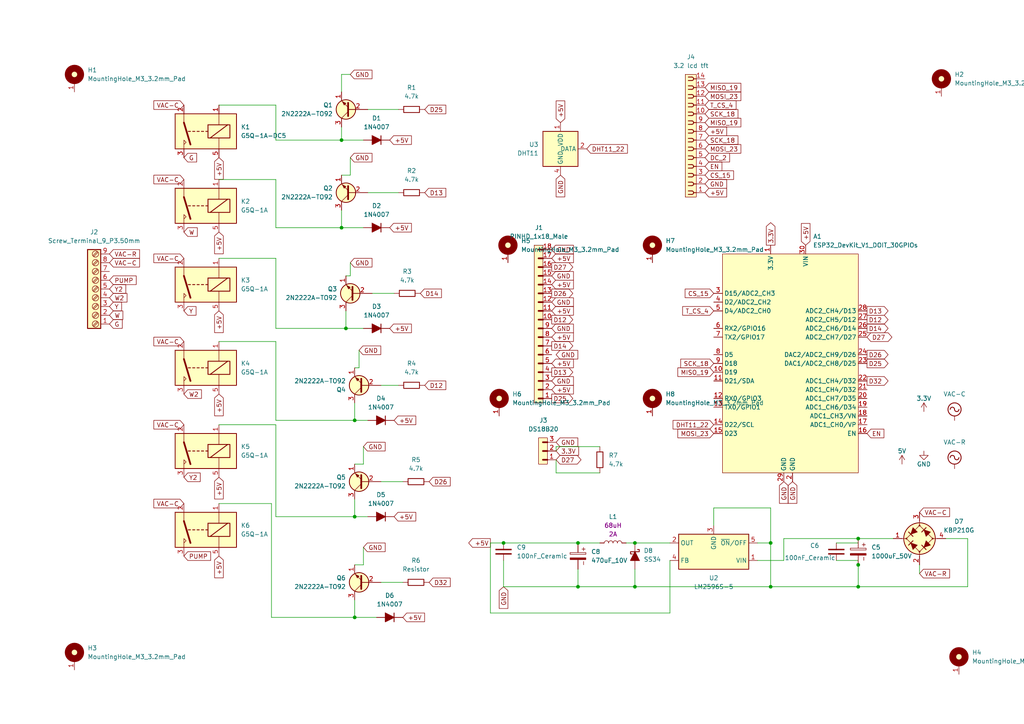
<source format=kicad_sch>
(kicad_sch (version 20250114) (generator "eeschema") (generator_version "9.0")
  (paper "A4")
  (lib_symbols
    (symbol "PCM_4ms_Inductor:12uH_5.2A_1260" (pin_numbers (hide yes)) (pin_names (offset 1.016) (hide yes))
      (property "Reference" "L" (at -1.27 0 90))
      (property "Display" "12uH" (at 2.54 0 90))
      (property "Display 2" "5.2A" (at 5.08 0 90))
      (symbol "12uH_5.2A_1260_1_1"
        (pin passive line (at 0 3.81 270) (length 1.27) (name "1") (number "1"))
        (pin passive line (at 0 -3.81 90) (length 1.27) (name "2") (number "2"))
      )
    )
    (symbol "PCM_Diode_AKL:1N4007" (pin_numbers (hide yes)) (pin_names (offset 1.016) (hide yes))
      (property "Reference" "D" (at 0 5.08 0))
      (property "Value" "1N4007" (at 0 2.54 0))
      (symbol "1N4007_1_1"
        (pin passive line (at -3.81 0 0) (length 2.54) (name "A") (number "2"))
        (pin passive line (at 3.81 0 180) (length 2.54) (name "K") (number "1"))
      )
      (symbol "1N4007_1_2"
        (pin passive line (at -2.54 -2.54 0) (length 0) (name "A") (number "2"))
        (pin passive line (at 2.54 2.54 180) (length 0) (name "K") (number "1"))
      )
    )
    (symbol "PCM_Diode_Bridge_AKL:KBP210G" (pin_names (offset 1.016) (hide yes))
      (property "Reference" "D" (at 5.08 7.62 0))
      (property "Value" "KBP210G" (at 5.08 5.08 0))
      (symbol "KBP210G_1_1"
        (pin passive line (at -7.62 0 0) (length 2.54) (name "1") (number "2"))
        (pin passive line (at 0 7.62 270) (length 2.54) (name "+") (number "1"))
        (pin passive line (at 0 -7.62 90) (length 2.54) (name "-") (number "4"))
        (pin passive line (at 7.62 0 180) (length 2.54) (name "2") (number "3"))
      )
    )
    (symbol "PCM_Diode_Schottky_AKL:SS34" (pin_numbers (hide yes)) (pin_names (offset 1.016) (hide yes))
      (property "Reference" "D" (at 0 5.08 0))
      (property "Value" "SS34" (at 0 2.54 0))
      (symbol "SS34_1_1"
        (pin passive line (at -3.81 0 0) (length 2.54) (name "A") (number "2"))
        (pin passive line (at 3.81 0 180) (length 2.54) (name "K") (number "1"))
      )
      (symbol "SS34_1_2"
        (pin passive line (at -2.54 -2.54 0) (length 0) (name "A") (number "2"))
        (pin passive line (at 2.54 2.54 180) (length 0) (name "K") (number "1"))
      )
    )
    (symbol "PCM_SL_Capacitors:1000uF_50V"
      (property "Reference" "C" (at 0 7.62 0))
      (property "Value" "1000uF_50V" (at 0 5.08 0))
      (symbol "1000uF_50V_0_0"
        (text "+" (at -2.032 1.524 0) (effects (font (size 1.27 1.27))))
        (text "-" (at 2.032 1.524 0) (effects (font (size 1.27 1.27))))
      )
      (symbol "1000uF_50V_1_1"
        (pin passive line (at -3.81 0 0) (length 2.7) (name "~") (number "1"))
        (pin input line (at 3.81 0 180) (length 2.7) (name "~") (number "2"))
      )
    )
    (symbol "PCM_SL_Capacitors:100nF_Ceramic"
      (property "Reference" "C" (at 0 6.35 0))
      (property "Value" "100nF_Ceramic" (at 0 3.81 0))
      (symbol "100nF_Ceramic_1_1"
        (pin passive line (at -2.54 0 0) (length 2) (name "~") (number "1"))
        (pin input line (at 2.54 0 180) (length 2) (name "~") (number "2"))
      )
    )
    (symbol "PCM_SL_Capacitors:470uF_10V"
      (property "Reference" "C" (at 0 7.62 0))
      (property "Value" "470uF_10V" (at 0 5.08 0))
      (symbol "470uF_10V_0_0"
        (text "+" (at -2.032 1.524 0) (effects (font (size 1.27 1.27))))
        (text "-" (at 2.032 1.524 0) (effects (font (size 1.27 1.27))))
      )
      (symbol "470uF_10V_1_1"
        (pin passive line (at -3.81 0 0) (length 2.7) (name "~") (number "1"))
        (pin input line (at 3.81 0 180) (length 2.7) (name "~") (number "2"))
      )
    )
    (symbol "PCM_SL_Development_Board:ESP32_DevKit_V1_DOIT_30GPIOs"
      (property "Reference" "A" (at -11.43 34.29 0))
      (property "Value" "ESP32_DevKit_V1_DOIT_30GPIOs" (at 2.54 -22.86 0))
      (symbol "ESP32_DevKit_V1_DOIT_30GPIOs_1_1"
        (pin bidirectional line (at -21.59 21.59 0) (length 2.54) (name "D15/ADC2_CH3") (number "3"))
        (pin bidirectional line (at -21.59 19.05 0) (length 2.54) (name "D2/ADC2_CH2") (number "4"))
        (pin bidirectional line (at -21.59 16.51 0) (length 2.54) (name "D4/ADC2_CH0") (number "5"))
        (pin bidirectional line (at -21.59 11.43 0) (length 2.54) (name "RX2/GPIO16") (number "6"))
        (pin bidirectional line (at -21.59 8.89 0) (length 2.54) (name "TX2/GPIO17") (number "7"))
        (pin bidirectional line (at -21.59 3.81 0) (length 2.54) (name "D5") (number "8"))
        (pin bidirectional line (at -21.59 1.27 0) (length 2.54) (name "D18") (number "9"))
        (pin bidirectional line (at -21.59 -1.27 0) (length 2.54) (name "D19") (number "10"))
        (pin bidirectional line (at -21.59 -3.81 0) (length 2.54) (name "D21/SDA") (number "11"))
        (pin bidirectional line (at -21.59 -8.89 0) (length 2.54) (name "RX0/GPIO3") (number "12"))
        (pin bidirectional line (at -21.59 -11.43 0) (length 2.54) (name "TX0/GPIO1") (number "13"))
        (pin bidirectional line (at -21.59 -16.51 0) (length 2.54) (name "D22/SCL") (number "14"))
        (pin bidirectional line (at -21.59 -19.05 0) (length 2.54) (name "D23") (number "15"))
        (pin power_in line (at -5.08 35.56 270) (length 2.54) (name "3.3V") (number "1"))
        (pin power_in line (at -1.27 -33.02 90) (length 2.54) (name "GND") (number "29"))
        (pin power_in line (at 1.27 -33.02 90) (length 2.54) (name "GND") (number "2"))
        (pin power_in line (at 5.08 35.56 270) (length 2.54) (name "VIN") (number "30"))
        (pin bidirectional line (at 22.86 16.51 180) (length 2.54) (name "ADC2_CH4/D13") (number "28"))
        (pin bidirectional line (at 22.86 13.97 180) (length 2.54) (name "ADC2_CH5/D12") (number "27"))
        (pin bidirectional line (at 22.86 11.43 180) (length 2.54) (name "ADC2_CH6/D14") (number "26"))
        (pin bidirectional line (at 22.86 8.89 180) (length 2.54) (name "ADC2_CH7/D27") (number "25"))
        (pin bidirectional line (at 22.86 3.81 180) (length 2.54) (name "DAC2/ADC2_CH9/D26") (number "24"))
        (pin bidirectional line (at 22.86 1.27 180) (length 2.54) (name "DAC1/ADC2_CH8/D25") (number "23"))
        (pin bidirectional line (at 22.86 -3.81 180) (length 2.54) (name "ADC1_CH4/D32") (number "22"))
        (pin bidirectional line (at 22.86 -6.35 180) (length 2.54) (name "ADC1_CH4/D32") (number "21"))
        (pin bidirectional line (at 22.86 -8.89 180) (length 2.54) (name "ADC1_CH7/D35") (number "20"))
        (pin bidirectional line (at 22.86 -11.43 180) (length 2.54) (name "ADC1_CH6/D34") (number "19"))
        (pin bidirectional line (at 22.86 -13.97 180) (length 2.54) (name "ADC1_CH3/VN") (number "18"))
        (pin bidirectional line (at 22.86 -16.51 180) (length 2.54) (name "ADC1_CH0/VP") (number "17"))
        (pin bidirectional line (at 22.86 -19.05 180) (length 2.54) (name "EN") (number "16"))
      )
    )
    (symbol "PCM_SL_Mechanical:MountingHole_M3_3.2mm_Pad"
      (property "Reference" "H" (at 0 7.62 0))
      (property "Value" "MountingHole_M3_3.2mm_Pad" (at 0 5.08 0))
      (symbol "MountingHole_M3_3.2mm_Pad_1_1"
        (pin passive line (at 0 -5.08 90) (length 2.54) (name "") (number "1"))
      )
    )
    (symbol "PCM_SL_Pin_Headers:PINHD_1x14_Female"
      (property "Reference" "J" (at 0 22.86 0))
      (property "Value" "PINHD_1x14_Female" (at 0 20.32 0))
      (symbol "PINHD_1x14_Female_1_1"
        (pin passive line (at -3.81 16.51 0) (length 2.54) (name "") (number "1"))
        (pin passive line (at -3.81 13.97 0) (length 2.54) (name "") (number "2"))
        (pin passive line (at -3.81 11.43 0) (length 2.54) (name "") (number "3"))
        (pin passive line (at -3.81 8.89 0) (length 2.54) (name "") (number "4"))
        (pin passive line (at -3.81 6.35 0) (length 2.54) (name "") (number "5"))
        (pin passive line (at -3.81 3.81 0) (length 2.54) (name "") (number "6"))
        (pin passive line (at -3.81 1.27 0) (length 2.54) (name "") (number "7"))
        (pin passive line (at -3.81 -1.27 0) (length 2.54) (name "") (number "8"))
        (pin passive line (at -3.81 -3.81 0) (length 2.54) (name "") (number "9"))
        (pin passive line (at -3.81 -6.35 0) (length 2.54) (name "") (number "10"))
        (pin passive line (at -3.81 -8.89 0) (length 2.54) (name "") (number "11"))
        (pin passive line (at -3.81 -11.43 0) (length 2.54) (name "") (number "12"))
        (pin passive line (at -3.81 -13.97 0) (length 2.54) (name "") (number "13"))
        (pin passive line (at -3.81 -16.51 0) (length 2.54) (name "") (number "14"))
      )
    )
    (symbol "PCM_SL_Pin_Headers:PINHD_1x18_Male"
      (property "Reference" "J" (at 0 26.67 0))
      (property "Value" "PINHD_1x18_Male" (at 0 24.13 0))
      (symbol "PINHD_1x18_Male_1_1"
        (pin passive line (at -3.81 21.59 0) (length 2.54) (name "") (number "1"))
        (pin passive line (at -3.81 19.05 0) (length 2.54) (name "") (number "2"))
        (pin passive line (at -3.81 16.51 0) (length 2.54) (name "") (number "3"))
        (pin passive line (at -3.81 13.97 0) (length 2.54) (name "") (number "4"))
        (pin passive line (at -3.81 11.43 0) (length 2.54) (name "") (number "5"))
        (pin passive line (at -3.81 8.89 0) (length 2.54) (name "") (number "6"))
        (pin passive line (at -3.81 6.35 0) (length 2.54) (name "") (number "7"))
        (pin passive line (at -3.81 3.81 0) (length 2.54) (name "") (number "8"))
        (pin passive line (at -3.81 1.27 0) (length 2.54) (name "") (number "9"))
        (pin passive line (at -3.81 -1.27 0) (length 2.54) (name "") (number "10"))
        (pin passive line (at -3.81 -3.81 0) (length 2.54) (name "") (number "11"))
        (pin passive line (at -3.81 -6.35 0) (length 2.54) (name "") (number "12"))
        (pin passive line (at -3.81 -8.89 0) (length 2.54) (name "") (number "13"))
        (pin passive line (at -3.81 -11.43 0) (length 2.54) (name "") (number "14"))
        (pin passive line (at -3.81 -13.97 0) (length 2.54) (name "") (number "15"))
        (pin passive line (at -3.81 -16.51 0) (length 2.54) (name "") (number "16"))
        (pin passive line (at -3.81 -19.05 0) (length 2.54) (name "") (number "17"))
        (pin passive line (at -3.81 -21.59 0) (length 2.54) (name "") (number "18"))
      )
    )
    (symbol "PCM_SL_Pin_Headers:PINHD_1x3_Male"
      (property "Reference" "J" (at 0 7.62 0))
      (property "Value" "PINHD_1x3_Male" (at 0 5.08 0))
      (symbol "PINHD_1x3_Male_1_1"
        (pin passive line (at -3.81 2.54 0) (length 2.54) (name "") (number "1"))
        (pin passive line (at -3.81 0 0) (length 2.54) (name "") (number "2"))
        (pin passive line (at -3.81 -2.54 0) (length 2.54) (name "") (number "3"))
      )
    )
    (symbol "PCM_SL_Resistors:4.7k"
      (property "Reference" "R" (at 0 5.08 0))
      (property "Value" "4.7k" (at 0 2.54 0))
      (symbol "4.7k_1_1"
        (pin passive line (at -3.81 0 0) (length 1.5) (name "") (number "1"))
        (pin passive line (at 3.81 0 180) (length 1.5) (name "~") (number "2"))
      )
    )
    (symbol "PCM_SL_Resistors:Resistor"
      (property "Reference" "R" (at 0 5.08 0))
      (property "Value" "Resistor" (at 0 2.54 0))
      (symbol "Resistor_1_1"
        (pin passive line (at -3.81 0 0) (length 1.5) (name "") (number "1"))
        (pin passive line (at 3.81 0 180) (length 1.5) (name "~") (number "2"))
      )
    )
    (symbol "PCM_SL_Screw_Terminal:Screw_Terminal_9_P3.50mm"
      (property "Reference" "J" (at 0 12.7 0))
      (property "Value" "Screw_Terminal_9_P3.50mm" (at 1.27 -12.7 0))
      (symbol "Screw_Terminal_9_P3.50mm_1_1"
        (pin passive line (at -3.81 10.16 0) (length 2.54) (name "") (number "1"))
        (pin passive line (at -3.81 7.62 0) (length 2.54) (name "") (number "2"))
        (pin passive line (at -3.81 5.08 0) (length 2.54) (name "") (number "3"))
        (pin passive line (at -3.81 2.54 0) (length 2.54) (name "") (number "4"))
        (pin passive line (at -3.81 0 0) (length 2.54) (name "") (number "5"))
        (pin passive line (at -3.81 -2.54 0) (length 2.54) (name "") (number "6"))
        (pin passive line (at -3.81 -5.08 0) (length 2.54) (name "") (number "7"))
        (pin passive line (at -3.81 -7.62 0) (length 2.54) (name "") (number "8"))
        (pin passive line (at -3.81 -10.16 0) (length 2.54) (name "") (number "9"))
      )
    )
    (symbol "PCM_SparkFun-PowerSymbol:3.3V" (power) (pin_names (offset 0))
      (property "Value" "3.3V" (at 0 3.81 0))
      (symbol "3.3V_1_1"
        (pin power_in line (at 0 0 90) (length 0) (hide yes) (name "3.3V") (number "1"))
      )
    )
    (symbol "PCM_SparkFun-PowerSymbol:5V" (power) (pin_names (offset 0))
      (property "Value" "5V" (at 0 3.81 0))
      (symbol "5V_1_1"
        (pin power_in line (at 0 0 90) (length 0) (hide yes) (name "5V") (number "1"))
      )
    )
    (symbol "PCM_SparkFun-PowerSymbol:GND" (power) (pin_names (offset 0))
      (property "Value" "GND" (at 0 -3.81 0))
      (symbol "GND_1_1"
        (pin power_in line (at 0 0 270) (length 0) (hide yes) (name "GND") (number "1"))
      )
    )
    (symbol "PCM_Transistor_BJT_AKL:2N2222A-TO92" (pin_names (hide yes))
      (property "Reference" "Q" (at 5.08 1.27 0))
      (property "Value" "2N2222A-TO92" (at 5.08 -1.27 0))
      (symbol "2N2222A-TO92_1_1"
        (pin passive line (at -5.08 0 0) (length 5.715) (name "B") (number "2"))
        (pin passive line (at 2.54 5.08 270) (length 2.54) (name "C") (number "3"))
        (pin passive line (at 2.54 -5.08 90) (length 2.54) (name "E") (number "1"))
      )
    )
    (symbol "Regulator_Switching:LM2596S-5"
      (property "Reference" "U" (at -10.16 6.35 0))
      (property "Value" "LM2596S-5" (at 0 6.35 0))
      (symbol "LM2596S-5_1_1"
        (pin power_in line (at -12.7 2.54 0) (length 2.54) (name "VIN") (number "1"))
        (pin input line (at -12.7 -2.54 0) (length 2.54) (name "~{ON}/OFF") (number "5"))
        (pin power_in line (at 0 -7.62 90) (length 2.54) (name "GND") (number "3"))
        (pin input line (at 12.7 2.54 180) (length 2.54) (name "FB") (number "4"))
        (pin output line (at 12.7 -2.54 180) (length 2.54) (name "OUT") (number "2"))
      )
    )
    (symbol "Relay:G5Q-1A"
      (property "Reference" "K" (at 8.89 3.81 0))
      (property "Value" "G5Q-1A" (at 8.89 1.27 0))
      (symbol "G5Q-1A_1_1"
        (pin passive line (at -5.08 7.62 270) (length 2.54) (name "~") (number "5"))
        (pin passive line (at -5.08 -7.62 90) (length 2.54) (name "~") (number "1"))
        (pin passive line (at 5.08 7.62 270) (length 2.54) (name "~") (number "3"))
        (pin passive line (at 5.08 -7.62 90) (length 2.54) (name "~") (number "2"))
      )
    )
    (symbol "Sensor:DHT11"
      (property "Reference" "U" (at -3.81 6.35 0))
      (property "Value" "DHT11" (at 3.81 6.35 0))
      (symbol "DHT11_1_1"
        (pin no_connect line (at -5.08 0 0) (length 2.54) (hide yes) (name "NC") (number "3"))
        (pin power_in line (at 0 7.62 270) (length 2.54) (name "VDD") (number "1"))
        (pin power_in line (at 0 -7.62 90) (length 2.54) (name "GND") (number "4"))
        (pin bidirectional line (at 7.62 0 180) (length 2.54) (name "DATA") (number "2"))
      )
    )
    (symbol "power:VAC" (power) (pin_numbers (hide yes)) (pin_names (offset 0) (hide yes))
      (property "Value" "VAC" (at 0 6.35 0))
      (symbol "VAC_1_1"
        (pin power_in line (at 0 0 90) (length 0) (name "~") (number "1"))
      )
    )
  )
  (junction (at 223.52 170.18))
  (junction (at 184.15 157.48))
  (junction (at 248.92 156.21))
  (junction (at 99.06 66.04))
  (junction (at 248.92 170.18))
  (junction (at 184.15 170.18))
  (junction (at 223.52 157.48))
  (junction (at 167.64 157.48))
  (junction (at 167.64 170.18))
  (junction (at 248.92 163.83))
  (junction (at 102.87 121.92))
  (junction (at 102.87 179.07))
  (junction (at 146.05 157.48))
  (junction (at 100.33 95.25))
  (junction (at 102.87 149.86))
  (junction (at 99.06 40.64))
  (wire (pts (xy 80.01 74.93) (xy 80.01 95.25)))
  (wire (pts (xy 227.33 156.21) (xy 227.33 162.56)))
  (wire (pts (xy 107.95 85.09) (xy 114.3 85.09)))
  (wire (pts (xy 78.74 146.05) (xy 78.74 179.07)))
  (wire (pts (xy 242.57 162.56) (xy 248.92 162.56)))
  (wire (pts (xy 142.24 157.48) (xy 146.05 157.48)))
  (wire (pts (xy 207.01 147.32) (xy 207.01 152.4)))
  (wire (pts (xy 102.87 121.92) (xy 102.87 116.84)))
  (wire (pts (xy 63.5 99.06) (xy 80.01 99.06)))
  (wire (pts (xy 266.7 163.83) (xy 266.7 166.37)))
  (wire (pts (xy 80.01 30.48) (xy 80.01 40.64)))
  (wire (pts (xy 248.92 170.18) (xy 223.52 170.18)))
  (wire (pts (xy 280.67 156.21) (xy 280.67 170.18)))
  (wire (pts (xy 99.06 21.59) (xy 99.06 26.67)))
  (wire (pts (xy 280.67 170.18) (xy 248.92 170.18)))
  (wire (pts (xy 102.87 173.99) (xy 102.87 179.07)))
  (wire (pts (xy 184.15 170.18) (xy 184.15 165.1)))
  (wire (pts (xy 146.05 170.18) (xy 146.05 162.56)))
  (wire (pts (xy 167.64 157.48) (xy 173.99 157.48)))
  (wire (pts (xy 105.41 129.54) (xy 105.41 134.62)))
  (wire (pts (xy 63.5 30.48) (xy 80.01 30.48)))
  (wire (pts (xy 63.5 52.07) (xy 80.01 52.07)))
  (wire (pts (xy 106.68 55.88) (xy 115.57 55.88)))
  (wire (pts (xy 63.5 146.05) (xy 78.74 146.05)))
  (wire (pts (xy 167.64 170.18) (xy 167.64 165.1)))
  (wire (pts (xy 227.33 156.21) (xy 248.92 156.21)))
  (wire (pts (xy 80.01 40.64) (xy 99.06 40.64)))
  (wire (pts (xy 219.71 162.56) (xy 227.33 162.56)))
  (wire (pts (xy 105.41 40.64) (xy 99.06 40.64)))
  (wire (pts (xy 80.01 149.86) (xy 102.87 149.86)))
  (wire (pts (xy 101.6 80.01) (xy 100.33 80.01)))
  (wire (pts (xy 194.31 177.8) (xy 142.24 177.8)))
  (wire (pts (xy 105.41 134.62) (xy 102.87 134.62)))
  (wire (pts (xy 110.49 139.7) (xy 116.84 139.7)))
  (wire (pts (xy 167.64 170.18) (xy 146.05 170.18)))
  (wire (pts (xy 223.52 157.48) (xy 223.52 147.32)))
  (wire (pts (xy 223.52 170.18) (xy 223.52 157.48)))
  (wire (pts (xy 99.06 40.64) (xy 99.06 36.83)))
  (wire (pts (xy 99.06 66.04) (xy 99.06 60.96)))
  (wire (pts (xy 110.49 111.76) (xy 115.57 111.76)))
  (wire (pts (xy 105.41 95.25) (xy 100.33 95.25)))
  (wire (pts (xy 274.32 156.21) (xy 280.67 156.21)))
  (wire (pts (xy 101.6 76.2) (xy 101.6 80.01)))
  (wire (pts (xy 102.87 163.83) (xy 105.41 163.83)))
  (wire (pts (xy 110.49 168.91) (xy 116.84 168.91)))
  (wire (pts (xy 106.68 31.75) (xy 115.57 31.75)))
  (wire (pts (xy 248.92 156.21) (xy 259.08 156.21)))
  (wire (pts (xy 106.68 149.86) (xy 102.87 149.86)))
  (wire (pts (xy 80.01 66.04) (xy 99.06 66.04)))
  (wire (pts (xy 146.05 157.48) (xy 167.64 157.48)))
  (wire (pts (xy 181.61 157.48) (xy 184.15 157.48)))
  (wire (pts (xy 173.99 137.16) (xy 161.29 137.16)))
  (wire (pts (xy 78.74 179.07) (xy 102.87 179.07)))
  (wire (pts (xy 80.01 121.92) (xy 102.87 121.92)))
  (wire (pts (xy 80.01 95.25) (xy 100.33 95.25)))
  (wire (pts (xy 109.22 179.07) (xy 102.87 179.07)))
  (wire (pts (xy 80.01 123.19) (xy 80.01 149.86)))
  (wire (pts (xy 248.92 170.18) (xy 248.92 163.83)))
  (wire (pts (xy 101.6 50.8) (xy 99.06 50.8)))
  (wire (pts (xy 101.6 45.72) (xy 101.6 50.8)))
  (wire (pts (xy 102.87 144.78) (xy 102.87 149.86)))
  (wire (pts (xy 223.52 170.18) (xy 184.15 170.18)))
  (wire (pts (xy 105.41 158.75) (xy 105.41 163.83)))
  (wire (pts (xy 184.15 157.48) (xy 194.31 157.48)))
  (wire (pts (xy 173.99 129.54) (xy 161.29 129.54)))
  (wire (pts (xy 101.6 21.59) (xy 99.06 21.59)))
  (wire (pts (xy 80.01 52.07) (xy 80.01 66.04)))
  (wire (pts (xy 105.41 66.04) (xy 99.06 66.04)))
  (wire (pts (xy 248.92 162.56) (xy 248.92 163.83)))
  (wire (pts (xy 80.01 99.06) (xy 80.01 121.92)))
  (wire (pts (xy 248.92 157.48) (xy 248.92 156.21)))
  (wire (pts (xy 223.52 147.32) (xy 207.01 147.32)))
  (wire (pts (xy 106.68 121.92) (xy 102.87 121.92)))
  (wire (pts (xy 161.29 137.16) (xy 161.29 133.35)))
  (wire (pts (xy 194.31 162.56) (xy 194.31 177.8)))
  (wire (pts (xy 63.5 123.19) (xy 80.01 123.19)))
  (wire (pts (xy 104.14 101.6) (xy 104.14 106.68)))
  (wire (pts (xy 142.24 177.8) (xy 142.24 157.48)))
  (wire (pts (xy 161.29 129.54) (xy 161.29 130.81)))
  (wire (pts (xy 223.52 157.48) (xy 219.71 157.48)))
  (wire (pts (xy 104.14 106.68) (xy 102.87 106.68)))
  (wire (pts (xy 100.33 95.25) (xy 100.33 90.17)))
  (wire (pts (xy 63.5 74.93) (xy 80.01 74.93)))
  (wire (pts (xy 184.15 170.18) (xy 167.64 170.18)))
  (wire (pts (xy 242.57 157.48) (xy 248.92 157.48)))
  (global_label "EN" (shape input) (at 251.46 125.73 0) (property "Intersheetrefs" "${INTERSHEET_REFS}" (effects (hide yes))))
  (global_label "+5V" (shape input) (at 116.84 179.07 0) (property "Intersheetrefs" "${INTERSHEET_REFS}" (effects (hide yes))))
  (global_label "VAC-C" (shape input) (at 53.34 52.07 180) (property "Intersheetrefs" "${INTERSHEET_REFS}" (effects (hide yes))))
  (global_label "+5V" (shape input) (at 113.03 66.04 0) (property "Intersheetrefs" "${INTERSHEET_REFS}" (effects (hide yes))))
  (global_label "DC_2" (shape input) (at 204.47 45.72 0) (property "Intersheetrefs" "${INTERSHEET_REFS}" (effects (hide yes))))
  (global_label "+5V" (shape output) (at 142.24 157.48 180) (property "Intersheetrefs" "${INTERSHEET_REFS}" (effects (hide yes))))
  (global_label "GND" (shape input) (at 101.6 45.72 0) (property "Intersheetrefs" "${INTERSHEET_REFS}" (effects (hide yes))))
  (global_label "+5V" (shape input) (at 160.02 82.55 0) (property "Intersheetrefs" "${INTERSHEET_REFS}" (effects (hide yes))))
  (global_label "3.3V" (shape output) (at 223.52 71.12 90) (property "Intersheetrefs" "${INTERSHEET_REFS}" (effects (hide yes))))
  (global_label "SCK_18" (shape input) (at 204.47 33.02 0) (property "Intersheetrefs" "${INTERSHEET_REFS}" (effects (hide yes))))
  (global_label "+5V" (shape input) (at 160.02 90.17 0) (property "Intersheetrefs" "${INTERSHEET_REFS}" (effects (hide yes))))
  (global_label "D13" (shape input) (at 123.19 55.88 0) (property "Intersheetrefs" "${INTERSHEET_REFS}" (effects (hide yes))))
  (global_label "+5V" (shape input) (at 204.47 38.1 0) (property "Intersheetrefs" "${INTERSHEET_REFS}" (effects (hide yes))))
  (global_label "D13" (shape output) (at 160.02 107.95 0) (property "Intersheetrefs" "${INTERSHEET_REFS}" (effects (hide yes))))
  (global_label "VAC-C" (shape input) (at 53.34 123.19 180) (property "Intersheetrefs" "${INTERSHEET_REFS}" (effects (hide yes))))
  (global_label "MOSI_23" (shape input) (at 204.47 27.94 0) (property "Intersheetrefs" "${INTERSHEET_REFS}" (effects (hide yes))))
  (global_label "GND" (shape input) (at 105.41 158.75 0) (property "Intersheetrefs" "${INTERSHEET_REFS}" (effects (hide yes))))
  (global_label "D32" (shape input) (at 124.46 168.91 0) (property "Intersheetrefs" "${INTERSHEET_REFS}" (effects (hide yes))))
  (global_label "GND" (shape input) (at 160.02 95.25 0) (property "Intersheetrefs" "${INTERSHEET_REFS}" (effects (hide yes))))
  (global_label "+5V" (shape input) (at 113.03 95.25 0) (property "Intersheetrefs" "${INTERSHEET_REFS}" (effects (hide yes))))
  (global_label "+5V" (shape input) (at 160.02 97.79 0) (property "Intersheetrefs" "${INTERSHEET_REFS}" (effects (hide yes))))
  (global_label "+5V" (shape input) (at 204.47 55.88 0) (property "Intersheetrefs" "${INTERSHEET_REFS}" (effects (hide yes))))
  (global_label "VAC-C" (shape input) (at 266.7 148.59 0) (property "Intersheetrefs" "${INTERSHEET_REFS}" (effects (hide yes))))
  (global_label "Y" (shape input) (at 31.75 88.9 0) (property "Intersheetrefs" "${INTERSHEET_REFS}" (effects (hide yes))))
  (global_label "+5V" (shape input) (at 63.5 138.43 270) (property "Intersheetrefs" "${INTERSHEET_REFS}" (effects (hide yes))))
  (global_label "+5V" (shape input) (at 233.68 71.12 90) (property "Intersheetrefs" "${INTERSHEET_REFS}" (effects (hide yes))))
  (global_label "D25" (shape input) (at 123.19 31.75 0) (property "Intersheetrefs" "${INTERSHEET_REFS}" (effects (hide yes))))
  (global_label "PUMP" (shape input) (at 31.75 81.28 0) (property "Intersheetrefs" "${INTERSHEET_REFS}" (effects (hide yes))))
  (global_label "GND" (shape input) (at 161.29 128.27 0) (property "Intersheetrefs" "${INTERSHEET_REFS}" (effects (hide yes))))
  (global_label "GND" (shape input) (at 101.6 76.2 0) (property "Intersheetrefs" "${INTERSHEET_REFS}" (effects (hide yes))))
  (global_label "G" (shape input) (at 53.34 45.72 0) (property "Intersheetrefs" "${INTERSHEET_REFS}" (effects (hide yes))))
  (global_label "VAC-R" (shape input) (at 31.75 73.66 0) (property "Intersheetrefs" "${INTERSHEET_REFS}" (effects (hide yes))))
  (global_label "VAC-C" (shape input) (at 53.34 30.48 180) (property "Intersheetrefs" "${INTERSHEET_REFS}" (effects (hide yes))))
  (global_label "MISO_19" (shape input) (at 204.47 35.56 0) (property "Intersheetrefs" "${INTERSHEET_REFS}" (effects (hide yes))))
  (global_label "D26" (shape output) (at 160.02 85.09 0) (property "Intersheetrefs" "${INTERSHEET_REFS}" (effects (hide yes))))
  (global_label "W" (shape input) (at 31.75 91.44 0) (property "Intersheetrefs" "${INTERSHEET_REFS}" (effects (hide yes))))
  (global_label "+5V" (shape input) (at 63.5 114.3 270) (property "Intersheetrefs" "${INTERSHEET_REFS}" (effects (hide yes))))
  (global_label "GND" (shape input) (at 101.6 21.59 0) (property "Intersheetrefs" "${INTERSHEET_REFS}" (effects (hide yes))))
  (global_label "VAC-C" (shape input) (at 53.34 74.93 180) (property "Intersheetrefs" "${INTERSHEET_REFS}" (effects (hide yes))))
  (global_label "GND" (shape input) (at 160.02 87.63 0) (property "Intersheetrefs" "${INTERSHEET_REFS}" (effects (hide yes))))
  (global_label "W" (shape input) (at 53.34 67.31 0) (property "Intersheetrefs" "${INTERSHEET_REFS}" (effects (hide yes))))
  (global_label "SCK_18" (shape input) (at 207.01 105.41 180) (property "Intersheetrefs" "${INTERSHEET_REFS}" (effects (hide yes))))
  (global_label "D14" (shape input) (at 121.92 85.09 0) (property "Intersheetrefs" "${INTERSHEET_REFS}" (effects (hide yes))))
  (global_label "D14" (shape output) (at 160.02 100.33 0) (property "Intersheetrefs" "${INTERSHEET_REFS}" (effects (hide yes))))
  (global_label "T_CS_4" (shape input) (at 204.47 30.48 0) (property "Intersheetrefs" "${INTERSHEET_REFS}" (effects (hide yes))))
  (global_label "GND" (shape input) (at 160.02 110.49 0) (property "Intersheetrefs" "${INTERSHEET_REFS}" (effects (hide yes))))
  (global_label "D12" (shape input) (at 123.19 111.76 0) (property "Intersheetrefs" "${INTERSHEET_REFS}" (effects (hide yes))))
  (global_label "MISO_19" (shape input) (at 204.47 25.4 0) (property "Intersheetrefs" "${INTERSHEET_REFS}" (effects (hide yes))))
  (global_label "W2" (shape input) (at 31.75 86.36 0) (property "Intersheetrefs" "${INTERSHEET_REFS}" (effects (hide yes))))
  (global_label "VAC-R" (shape input) (at 266.7 166.37 0) (property "Intersheetrefs" "${INTERSHEET_REFS}" (effects (hide yes))))
  (global_label "T_CS_4" (shape input) (at 207.01 90.17 180) (property "Intersheetrefs" "${INTERSHEET_REFS}" (effects (hide yes))))
  (global_label "G" (shape input) (at 31.75 93.98 0) (property "Intersheetrefs" "${INTERSHEET_REFS}" (effects (hide yes))))
  (global_label "D27" (shape output) (at 160.02 77.47 0) (property "Intersheetrefs" "${INTERSHEET_REFS}" (effects (hide yes))))
  (global_label "3.3V" (shape input) (at 161.29 130.81 0) (property "Intersheetrefs" "${INTERSHEET_REFS}" (effects (hide yes))))
  (global_label "GND" (shape input) (at 204.47 53.34 0) (property "Intersheetrefs" "${INTERSHEET_REFS}" (effects (hide yes))))
  (global_label "+5V" (shape input) (at 114.3 121.92 0) (property "Intersheetrefs" "${INTERSHEET_REFS}" (effects (hide yes))))
  (global_label "GND" (shape input) (at 162.56 50.8 270) (property "Intersheetrefs" "${INTERSHEET_REFS}" (effects (hide yes))))
  (global_label "D26" (shape input) (at 124.46 139.7 0) (property "Intersheetrefs" "${INTERSHEET_REFS}" (effects (hide yes))))
  (global_label "SCK_18" (shape input) (at 204.47 40.64 0) (property "Intersheetrefs" "${INTERSHEET_REFS}" (effects (hide yes))))
  (global_label "+5V" (shape input) (at 162.56 35.56 90) (property "Intersheetrefs" "${INTERSHEET_REFS}" (effects (hide yes))))
  (global_label "CS_15" (shape input) (at 207.01 85.09 180) (property "Intersheetrefs" "${INTERSHEET_REFS}" (effects (hide yes))))
  (global_label "PUMP" (shape input) (at 53.34 161.29 0) (property "Intersheetrefs" "${INTERSHEET_REFS}" (effects (hide yes))))
  (global_label "+5V" (shape input) (at 160.02 113.03 0) (property "Intersheetrefs" "${INTERSHEET_REFS}" (effects (hide yes))))
  (global_label "D27" (shape bidirectional) (at 251.46 97.79 0) (property "Intersheetrefs" "${INTERSHEET_REFS}" (effects (hide yes))))
  (global_label "EN" (shape input) (at 204.47 48.26 0) (property "Intersheetrefs" "${INTERSHEET_REFS}" (effects (hide yes))))
  (global_label "D13" (shape output) (at 251.46 90.17 0) (property "Intersheetrefs" "${INTERSHEET_REFS}" (effects (hide yes))))
  (global_label "VAC-C" (shape input) (at 53.34 146.05 180) (property "Intersheetrefs" "${INTERSHEET_REFS}" (effects (hide yes))))
  (global_label "GND" (shape input) (at 227.33 139.7 270) (property "Intersheetrefs" "${INTERSHEET_REFS}" (effects (hide yes))))
  (global_label "VAC-C" (shape input) (at 53.34 99.06 180) (property "Intersheetrefs" "${INTERSHEET_REFS}" (effects (hide yes))))
  (global_label "Y" (shape input) (at 53.34 90.17 0) (property "Intersheetrefs" "${INTERSHEET_REFS}" (effects (hide yes))))
  (global_label "CS_15" (shape input) (at 204.47 50.8 0) (property "Intersheetrefs" "${INTERSHEET_REFS}" (effects (hide yes))))
  (global_label "+5V" (shape input) (at 114.3 149.86 0) (property "Intersheetrefs" "${INTERSHEET_REFS}" (effects (hide yes))))
  (global_label "Y2" (shape input) (at 31.75 83.82 0) (property "Intersheetrefs" "${INTERSHEET_REFS}" (effects (hide yes))))
  (global_label "+5V" (shape input) (at 160.02 74.93 0) (property "Intersheetrefs" "${INTERSHEET_REFS}" (effects (hide yes))))
  (global_label "D12" (shape output) (at 160.02 92.71 0) (property "Intersheetrefs" "${INTERSHEET_REFS}" (effects (hide yes))))
  (global_label "+5V" (shape input) (at 113.03 40.64 0) (property "Intersheetrefs" "${INTERSHEET_REFS}" (effects (hide yes))))
  (global_label "Y2" (shape input) (at 53.34 138.43 0) (property "Intersheetrefs" "${INTERSHEET_REFS}" (effects (hide yes))))
  (global_label "D32" (shape output) (at 251.46 110.49 0) (property "Intersheetrefs" "${INTERSHEET_REFS}" (effects (hide yes))))
  (global_label "D25" (shape output) (at 251.46 105.41 0) (property "Intersheetrefs" "${INTERSHEET_REFS}" (effects (hide yes))))
  (global_label "+5V" (shape input) (at 160.02 105.41 0) (property "Intersheetrefs" "${INTERSHEET_REFS}" (effects (hide yes))))
  (global_label "D12" (shape output) (at 251.46 92.71 0) (property "Intersheetrefs" "${INTERSHEET_REFS}" (effects (hide yes))))
  (global_label "GND" (shape input) (at 160.02 72.39 0) (property "Intersheetrefs" "${INTERSHEET_REFS}" (effects (hide yes))))
  (global_label "DHT11_22" (shape input) (at 170.18 43.18 0) (property "Intersheetrefs" "${INTERSHEET_REFS}" (effects (hide yes))))
  (global_label "D25" (shape output) (at 160.02 115.57 0) (property "Intersheetrefs" "${INTERSHEET_REFS}" (effects (hide yes))))
  (global_label "GND" (shape input) (at 146.05 170.18 270) (property "Intersheetrefs" "${INTERSHEET_REFS}" (effects (hide yes))))
  (global_label "+5V" (shape input) (at 63.5 161.29 270) (property "Intersheetrefs" "${INTERSHEET_REFS}" (effects (hide yes))))
  (global_label "+5V" (shape input) (at 63.5 45.72 270) (property "Intersheetrefs" "${INTERSHEET_REFS}" (effects (hide yes))))
  (global_label "MOSI_23" (shape input) (at 204.47 43.18 0) (property "Intersheetrefs" "${INTERSHEET_REFS}" (effects (hide yes))))
  (global_label "GND" (shape input) (at 104.14 101.6 0) (property "Intersheetrefs" "${INTERSHEET_REFS}" (effects (hide yes))))
  (global_label "VAC-C" (shape input) (at 31.75 76.2 0) (property "Intersheetrefs" "${INTERSHEET_REFS}" (effects (hide yes))))
  (global_label "MOSI_23" (shape input) (at 207.01 125.73 180) (property "Intersheetrefs" "${INTERSHEET_REFS}" (effects (hide yes))))
  (global_label "GND" (shape input) (at 160.02 80.01 0) (property "Intersheetrefs" "${INTERSHEET_REFS}" (effects (hide yes))))
  (global_label "GND" (shape input) (at 229.87 139.7 270) (property "Intersheetrefs" "${INTERSHEET_REFS}" (effects (hide yes))))
  (global_label "MISO_19" (shape input) (at 207.01 107.95 180) (property "Intersheetrefs" "${INTERSHEET_REFS}" (effects (hide yes))))
  (global_label "+5V" (shape input) (at 63.5 90.17 270) (property "Intersheetrefs" "${INTERSHEET_REFS}" (effects (hide yes))))
  (global_label "GND" (shape input) (at 161.29 102.87 0) (property "Intersheetrefs" "${INTERSHEET_REFS}" (effects (hide yes))))
  (global_label "DHT11_22" (shape input) (at 207.01 123.19 180) (property "Intersheetrefs" "${INTERSHEET_REFS}" (effects (hide yes))))
  (global_label "D27" (shape bidirectional) (at 161.29 133.35 0) (property "Intersheetrefs" "${INTERSHEET_REFS}" (effects (hide yes))))
  (global_label "W2" (shape input) (at 53.34 114.3 0) (property "Intersheetrefs" "${INTERSHEET_REFS}" (effects (hide yes))))
  (global_label "GND" (shape input) (at 105.41 129.54 0) (property "Intersheetrefs" "${INTERSHEET_REFS}" (effects (hide yes))))
  (global_label "D26" (shape output) (at 251.46 102.87 0) (property "Intersheetrefs" "${INTERSHEET_REFS}" (effects (hide yes))))
  (global_label "D14" (shape output) (at 251.46 95.25 0) (property "Intersheetrefs" "${INTERSHEET_REFS}" (effects (hide yes))))
  (global_label "+5V" (shape input) (at 63.5 67.31 270) (property "Intersheetrefs" "${INTERSHEET_REFS}" (effects (hide yes))))
  (symbol (lib_id "PCM_SL_Capacitors:100nF_Ceramic") (at 242.57 160.02 90) (unit 1)
    (property "Reference" "C6" (at 234.95 158.242 90) (effects (justify right)))
    (property "Value" "100nF_Ceramic" (at 227.584 161.798 90) (effects (justify right)))
    (property "Footprint" "Capacitor_THT:C_Disc_D5.0mm_W2.5mm_P2.50mm" (effects (hide yes)))
    (property "Description" "100nF Ceramic Capacitor" (effects (hide yes)))
  )
  (symbol (lib_id "PCM_SL_Mechanical:MountingHole_M3_3.2mm_Pad") (at 147.32 71.12 0) (unit 1)
    (property "Reference" "H5" (at 151.13 69.8499 0) (effects (justify left)))
    (property "Value" "MountingHole_M3_3.2mm_Pad" (at 151.13 72.3899 0) (effects (justify left)))
    (property "Footprint" "PCM_SL_Mechanical:MountingHole_3.2mm_Pad" (effects (hide yes)))
    (property "Description" "3.2mm Diameter Mounting Hole Pad (M3)" (effects (hide yes)))
  )
  (symbol (lib_id "Relay:G5Q-1A") (at 58.42 38.1 180) (unit 1)
    (property "Reference" "K1" (at 69.85 36.8299 0) (effects (justify right)))
    (property "Value" "G5Q-1A-DC5" (at 69.85 39.3699 0) (effects (justify right)))
    (property "Footprint" "Relay_THT:Relay_SPST_Omron-G5Q-1A" (effects (hide yes)))
    (property "Datasheet" "https://www.omron.com/ecb/products/pdf/en-g5q.pdf" (effects (hide yes)))
    (property "Description" "Omron G5Q relay, Miniature Single Pole, SPST-NO, 10A" (effects (hide yes)))
  )
  (symbol (lib_id "PCM_Transistor_BJT_AKL:2N2222A-TO92") (at 101.6 55.88 180) (unit 1)
    (property "Reference" "Q2" (at 96.52 54.6099 0) (effects (justify left)))
    (property "Value" "2N2222A-TO92" (at 96.52 57.1499 0) (effects (justify left)))
    (property "Footprint" "PCM_Package_TO_SOT_THT_AKL:TO-92_Inline_Wide_EBC" (effects (hide yes)))
    (property "Datasheet" "https://www.tme.eu/Document/f56ae9fa05736feb390d26bab71fb0d5/2n2222a.pdf" (effects (hide yes)))
    (property "Description" "NPN TO-92 transistor, 40V, 0.6A, 625mW, Alternate KiCAD Library" (effects (hide yes)))
  )
  (symbol (lib_id "PCM_SL_Mechanical:MountingHole_M3_3.2mm_Pad") (at 189.23 115.57 0) (unit 1)
    (property "Reference" "H8" (at 193.04 114.2999 0) (effects (justify left)))
    (property "Value" "MountingHole_M3_3.2mm_Pad" (at 193.04 116.8399 0) (effects (justify left)))
    (property "Footprint" "PCM_SL_Mechanical:MountingHole_3.2mm_Pad" (effects (hide yes)))
    (property "Description" "3.2mm Diameter Mounting Hole Pad (M3)" (effects (hide yes)))
  )
  (symbol (lib_id "PCM_SL_Resistors:4.7k") (at 173.99 133.35 90) (unit 1)
    (property "Reference" "R7" (at 176.53 132.0799 90) (effects (justify right)))
    (property "Value" "4.7k" (at 176.53 134.6199 90) (effects (justify right)))
    (property "Footprint" "Resistor_THT:R_Axial_DIN0207_L6.3mm_D2.5mm_P10.16mm_Horizontal" (effects (hide yes)))
    (property "Description" "4.7kΩ, 1/4W Resistor" (effects (hide yes)))
  )
  (symbol (lib_id "Relay:G5Q-1A") (at 58.42 82.55 180) (unit 1)
    (property "Reference" "K3" (at 69.85 81.2799 0) (effects (justify right)))
    (property "Value" "G5Q-1A" (at 69.85 83.8199 0) (effects (justify right)))
    (property "Footprint" "Relay_THT:Relay_SPST_Omron-G5Q-1A" (effects (hide yes)))
    (property "Datasheet" "https://www.omron.com/ecb/products/pdf/en-g5q.pdf" (effects (hide yes)))
    (property "Description" "Omron G5Q relay, Miniature Single Pole, SPST-NO, 10A" (effects (hide yes)))
  )
  (symbol (lib_id "PCM_Diode_AKL:1N4007") (at 109.22 66.04 0) (unit 1)
    (property "Reference" "D2" (at 109.22 59.69 0))
    (property "Value" "1N4007" (at 109.22 62.23 0))
    (property "Footprint" "PCM_Diode_THT_AKL:D_DO-41_SOD81_P7.62mm_Horizontal" (effects (hide yes)))
    (property "Datasheet" "https://www.tme.eu/Document/5f8ffc5ac30fc86bac97d66040bf5502/1n400x.pdf" (effects (hide yes)))
    (property "Description" "DO-41 Diode, Rectifier, 1000V, 1A, Alternate KiCad Library" (effects (hide yes)))
  )
  (symbol (lib_id "PCM_SL_Pin_Headers:PINHD_1x14_Female") (at 200.66 39.37 180) (unit 1)
    (property "Reference" "J4" (at 200.405 16.51 0))
    (property "Value" "3.2 lcd tft" (at 200.405 19.05 0))
    (property "Footprint" "Connector_PinSocket_2.54mm:PinSocket_1x14_P2.54mm_Vertical" (effects (hide yes)))
    (property "Description" "Pin Header female with pin space 2.54mm. Pin Count - 14" (effects (hide yes)))
  )
  (symbol (lib_id "PCM_Transistor_BJT_AKL:2N2222A-TO92") (at 101.6 31.75 180) (unit 1)
    (property "Reference" "Q1" (at 96.52 30.4799 0) (effects (justify left)))
    (property "Value" "2N2222A-TO92" (at 96.52 33.0199 0) (effects (justify left)))
    (property "Footprint" "PCM_Package_TO_SOT_THT_AKL:TO-92_Inline_Wide_EBC" (effects (hide yes)))
    (property "Datasheet" "https://www.tme.eu/Document/f56ae9fa05736feb390d26bab71fb0d5/2n2222a.pdf" (effects (hide yes)))
    (property "Description" "NPN TO-92 transistor, 40V, 0.6A, 625mW, Alternate KiCAD Library" (effects (hide yes)))
  )
  (symbol (lib_id "PCM_SL_Resistors:4.7k") (at 119.38 31.75 0) (unit 1)
    (property "Reference" "R1" (at 119.38 25.4 0))
    (property "Value" "4.7k" (at 119.38 27.94 0))
    (property "Footprint" "Resistor_THT:R_Axial_DIN0207_L6.3mm_D2.5mm_P10.16mm_Horizontal" (effects (hide yes)))
    (property "Description" "4.7kΩ, 1/4W Resistor" (effects (hide yes)))
  )
  (symbol (lib_id "PCM_Diode_AKL:1N4007") (at 110.49 121.92 0) (unit 1)
    (property "Reference" "D4" (at 110.49 115.57 0))
    (property "Value" "1N4007" (at 110.49 118.11 0))
    (property "Footprint" "PCM_Diode_THT_AKL:D_DO-41_SOD81_P7.62mm_Horizontal" (effects (hide yes)))
    (property "Datasheet" "https://www.tme.eu/Document/5f8ffc5ac30fc86bac97d66040bf5502/1n400x.pdf" (effects (hide yes)))
    (property "Description" "DO-41 Diode, Rectifier, 1000V, 1A, Alternate KiCad Library" (effects (hide yes)))
  )
  (symbol (lib_id "PCM_SL_Mechanical:MountingHole_M3_3.2mm_Pad") (at 144.78 115.57 0) (unit 1)
    (property "Reference" "H6" (at 148.59 114.2999 0) (effects (justify left)))
    (property "Value" "MountingHole_M3_3.2mm_Pad" (at 148.59 116.8399 0) (effects (justify left)))
    (property "Footprint" "PCM_SL_Mechanical:MountingHole_3.2mm_Pad" (effects (hide yes)))
    (property "Description" "3.2mm Diameter Mounting Hole Pad (M3)" (effects (hide yes)))
  )
  (symbol (lib_id "PCM_SparkFun-PowerSymbol:GND") (at 267.97 130.81 0) (unit 1)
    (property "Reference" "#PWR02" (effects (hide yes)))
    (property "Value" "GND" (at 267.97 134.62 0))
    (property "Description" "Power symbol creates a global label with name \"GND\" , ground" (effects (hide yes)))
  )
  (symbol (lib_id "PCM_SL_Pin_Headers:PINHD_1x18_Male") (at 156.21 93.98 180) (unit 1)
    (property "Reference" "J1" (at 156.335 66.04 0))
    (property "Value" "PINHD_1x18_Male" (at 156.335 68.58 0))
    (property "Footprint" "Connector_PinHeader_2.54mm:PinHeader_1x18_P2.54mm_Vertical" (effects (hide yes)))
    (property "Description" "Pin Header male with pin space 2.54mm. Pin Count -18" (effects (hide yes)))
  )
  (symbol (lib_id "Relay:G5Q-1A") (at 58.42 106.68 180) (unit 1)
    (property "Reference" "K4" (at 69.85 105.4099 0) (effects (justify right)))
    (property "Value" "G5Q-1A" (at 69.85 107.9499 0) (effects (justify right)))
    (property "Footprint" "Relay_THT:Relay_SPST_Omron-G5Q-1A" (effects (hide yes)))
    (property "Datasheet" "https://www.omron.com/ecb/products/pdf/en-g5q.pdf" (effects (hide yes)))
    (property "Description" "Omron G5Q relay, Miniature Single Pole, SPST-NO, 10A" (effects (hide yes)))
  )
  (symbol (lib_id "PCM_SL_Capacitors:1000uF_50V") (at 248.92 160.02 270) (unit 1)
    (property "Reference" "C5" (at 252.73 158.7499 90) (effects (justify left)))
    (property "Value" "1000uF_50V" (at 252.73 161.2899 90) (effects (justify left)))
    (property "Footprint" "Capacitor_THT:CP_Radial_D16.0mm_P7.50mm" (effects (hide yes)))
    (property "Description" "1000uF, 50V Electrolytic Capacitor" (effects (hide yes)))
  )
  (symbol (lib_id "Relay:G5Q-1A") (at 58.42 130.81 180) (unit 1)
    (property "Reference" "K5" (at 69.85 129.5399 0) (effects (justify right)))
    (property "Value" "G5Q-1A" (at 69.85 132.0799 0) (effects (justify right)))
    (property "Footprint" "Relay_THT:Relay_SPST_Omron-G5Q-1A" (effects (hide yes)))
    (property "Datasheet" "https://www.omron.com/ecb/products/pdf/en-g5q.pdf" (effects (hide yes)))
    (property "Description" "Omron G5Q relay, Miniature Single Pole, SPST-NO, 10A" (effects (hide yes)))
  )
  (symbol (lib_id "PCM_Transistor_BJT_AKL:2N2222A-TO92") (at 105.41 168.91 180) (unit 1)
    (property "Reference" "Q6" (at 100.33 167.6399 0) (effects (justify left)))
    (property "Value" "2N2222A-TO92" (at 100.33 170.1799 0) (effects (justify left)))
    (property "Footprint" "PCM_Package_TO_SOT_THT_AKL:TO-92_Inline_Wide_EBC" (effects (hide yes)))
    (property "Datasheet" "https://www.tme.eu/Document/f56ae9fa05736feb390d26bab71fb0d5/2n2222a.pdf" (effects (hide yes)))
    (property "Description" "NPN TO-92 transistor, 40V, 0.6A, 625mW, Alternate KiCAD Library" (effects (hide yes)))
  )
  (symbol (lib_id "power:VAC") (at 276.86 121.92 0) (unit 1)
    (property "Reference" "#PWR04" (effects (hide yes)))
    (property "Value" "VAC-C" (at 276.86 114.3 0))
    (property "Description" "Power symbol creates a global label with name \"VAC\"" (effects (hide yes)))
  )
  (symbol (lib_id "PCM_SL_Mechanical:MountingHole_M3_3.2mm_Pad") (at 21.59 21.59 0) (unit 1)
    (property "Reference" "H1" (at 25.4 20.3199 0) (effects (justify left)))
    (property "Value" "MountingHole_M3_3.2mm_Pad" (at 25.4 22.8599 0) (effects (justify left)))
    (property "Footprint" "PCM_SL_Mechanical:MountingHole_3.2mm_Pad" (effects (hide yes)))
    (property "Description" "3.2mm Diameter Mounting Hole Pad (M3)" (effects (hide yes)))
  )
  (symbol (lib_id "PCM_SL_Resistors:4.7k") (at 118.11 85.09 0) (unit 1)
    (property "Reference" "R3" (at 118.11 78.74 0))
    (property "Value" "4.7k" (at 118.11 81.28 0))
    (property "Footprint" "Resistor_THT:R_Axial_DIN0207_L6.3mm_D2.5mm_P10.16mm_Horizontal" (effects (hide yes)))
    (property "Description" "4.7kΩ, 1/4W Resistor" (effects (hide yes)))
  )
  (symbol (lib_id "Relay:G5Q-1A") (at 58.42 59.69 180) (unit 1)
    (property "Reference" "K2" (at 69.85 58.4199 0) (effects (justify right)))
    (property "Value" "G5Q-1A" (at 69.85 60.9599 0) (effects (justify right)))
    (property "Footprint" "Relay_THT:Relay_SPST_Omron-G5Q-1A" (effects (hide yes)))
    (property "Datasheet" "https://www.omron.com/ecb/products/pdf/en-g5q.pdf" (effects (hide yes)))
    (property "Description" "Omron G5Q relay, Miniature Single Pole, SPST-NO, 10A" (effects (hide yes)))
  )
  (symbol (lib_id "PCM_SL_Mechanical:MountingHole_M3_3.2mm_Pad") (at 273.05 22.86 0) (unit 1)
    (property "Reference" "H2" (at 276.86 21.5899 0) (effects (justify left)))
    (property "Value" "MountingHole_M3_3.2mm_Pad" (at 276.86 24.1299 0) (effects (justify left)))
    (property "Footprint" "PCM_SL_Mechanical:MountingHole_3.2mm_Pad" (effects (hide yes)))
    (property "Description" "3.2mm Diameter Mounting Hole Pad (M3)" (effects (hide yes)))
  )
  (symbol (lib_id "PCM_SL_Resistors:Resistor") (at 120.65 168.91 0) (unit 1)
    (property "Reference" "R6" (at 120.65 162.56 0))
    (property "Value" "Resistor" (at 120.65 165.1 0))
    (property "Footprint" "Resistor_THT:R_Axial_DIN0207_L6.3mm_D2.5mm_P10.16mm_Horizontal" (effects (hide yes)))
    (property "Description" "1/4W Resistor" (effects (hide yes)))
  )
  (symbol (lib_id "PCM_SL_Resistors:4.7k") (at 120.65 139.7 0) (unit 1)
    (property "Reference" "R5" (at 120.65 133.35 0))
    (property "Value" "4.7k" (at 120.65 135.89 0))
    (property "Footprint" "Resistor_THT:R_Axial_DIN0207_L6.3mm_D2.5mm_P10.16mm_Horizontal" (effects (hide yes)))
    (property "Description" "4.7kΩ, 1/4W Resistor" (effects (hide yes)))
  )
  (symbol (lib_id "PCM_Transistor_BJT_AKL:2N2222A-TO92") (at 105.41 111.76 180) (unit 1)
    (property "Reference" "Q4" (at 100.33 113.0301 0) (effects (justify left)))
    (property "Value" "2N2222A-TO92" (at 100.33 110.4901 0) (effects (justify left)))
    (property "Footprint" "PCM_Package_TO_SOT_THT_AKL:TO-92_Inline_Wide_EBC" (effects (hide yes)))
    (property "Datasheet" "https://www.tme.eu/Document/f56ae9fa05736feb390d26bab71fb0d5/2n2222a.pdf" (effects (hide yes)))
    (property "Description" "NPN TO-92 transistor, 40V, 0.6A, 625mW, Alternate KiCAD Library" (effects (hide yes)))
  )
  (symbol (lib_id "PCM_SL_Pin_Headers:PINHD_1x3_Male") (at 157.48 130.81 180) (unit 1)
    (property "Reference" "J3" (at 157.605 121.92 0))
    (property "Value" "DS18B20" (at 157.605 124.46 0))
    (property "Footprint" "Connector_PinHeader_2.54mm:PinHeader_1x03_P2.54mm_Vertical" (effects (hide yes)))
    (property "Description" "Pin Header male with pin space 2.54mm. Pin Count -3" (effects (hide yes)))
  )
  (symbol (lib_id "PCM_SparkFun-PowerSymbol:5V") (at 261.62 134.62 0) (unit 1)
    (property "Reference" "#PWR01" (effects (hide yes)))
    (property "Value" "5V" (at 261.62 130.81 0))
    (property "Description" "Power symbol creates a global label with name \"5V\"" (effects (hide yes)))
  )
  (symbol (lib_id "Sensor:DHT11") (at 162.56 43.18 0) (unit 1)
    (property "Reference" "U3" (at 156.21 41.9099 0) (effects (justify right)))
    (property "Value" "DHT11" (at 156.21 44.4499 0) (effects (justify right)))
    (property "Footprint" "Sensor:Aosong_DHT11_5.5x12.0_P2.54mm" (effects (hide yes)))
    (property "Datasheet" "http://akizukidenshi.com/download/ds/aosong/DHT11.pdf" (effects (hide yes)))
    (property "Description" "3.3V to 5.5V, temperature and humidity module, DHT11" (effects (hide yes)))
  )
  (symbol (lib_id "PCM_SL_Resistors:4.7k") (at 119.38 111.76 0) (unit 1)
    (property "Reference" "R4" (at 119.38 105.41 0))
    (property "Value" "4.7k" (at 119.38 107.95 0))
    (property "Footprint" "Resistor_THT:R_Axial_DIN0207_L6.3mm_D2.5mm_P10.16mm_Horizontal" (effects (hide yes)))
    (property "Description" "4.7kΩ, 1/4W Resistor" (effects (hide yes)))
  )
  (symbol (lib_id "PCM_SL_Resistors:4.7k") (at 119.38 55.88 0) (unit 1)
    (property "Reference" "R2" (at 119.38 49.53 0))
    (property "Value" "4.7k" (at 119.38 52.07 0))
    (property "Footprint" "Resistor_THT:R_Axial_DIN0207_L6.3mm_D2.5mm_P10.16mm_Horizontal" (effects (hide yes)))
    (property "Description" "4.7kΩ, 1/4W Resistor" (effects (hide yes)))
  )
  (symbol (lib_id "PCM_SL_Screw_Terminal:Screw_Terminal_9_P3.50mm") (at 27.94 83.82 180) (unit 1)
    (property "Reference" "J2" (at 27.305 67.31 0))
    (property "Value" "Screw_Terminal_9_P3.50mm" (at 27.305 69.85 0))
    (property "Footprint" "TerminalBlock_Phoenix:TerminalBlock_Phoenix_PT-1,5-9-3.5-H_1x09_P3.50mm_Horizontal" (effects (hide yes)))
  )
  (symbol (lib_id "Relay:G5Q-1A") (at 58.42 153.67 180) (unit 1)
    (property "Reference" "K6" (at 69.85 152.3999 0) (effects (justify right)))
    (property "Value" "G5Q-1A" (at 69.85 154.9399 0) (effects (justify right)))
    (property "Footprint" "Relay_THT:Relay_SPST_Omron-G5Q-1A" (effects (hide yes)))
    (property "Datasheet" "https://www.omron.com/ecb/products/pdf/en-g5q.pdf" (effects (hide yes)))
    (property "Description" "Omron G5Q relay, Miniature Single Pole, SPST-NO, 10A" (effects (hide yes)))
  )
  (symbol (lib_id "PCM_Transistor_BJT_AKL:2N2222A-TO92") (at 105.41 139.7 180) (unit 1)
    (property "Reference" "Q5" (at 100.33 138.4299 0) (effects (justify left)))
    (property "Value" "2N2222A-TO92" (at 100.33 140.9699 0) (effects (justify left)))
    (property "Footprint" "PCM_Package_TO_SOT_THT_AKL:TO-92_Inline_Wide_EBC" (effects (hide yes)))
    (property "Datasheet" "https://www.tme.eu/Document/f56ae9fa05736feb390d26bab71fb0d5/2n2222a.pdf" (effects (hide yes)))
    (property "Description" "NPN TO-92 transistor, 40V, 0.6A, 625mW, Alternate KiCAD Library" (effects (hide yes)))
  )
  (symbol (lib_id "PCM_Diode_Schottky_AKL:SS34") (at 184.15 161.29 90) (unit 1)
    (property "Reference" "D8" (at 186.69 159.7024 90) (effects (justify right)))
    (property "Value" "SS34" (at 186.69 162.2424 90) (effects (justify right)))
    (property "Footprint" "PCM_Diode_SMD_AKL:D_SMC" (effects (hide yes)))
    (property "Datasheet" "https://www.tme.eu/Document/4534c3d1273464918563ce78bdeb2ece/SS34-E3-57T.pdf" (effects (hide yes)))
    (property "Description" "SMC Schottky diode, 40V, 3A, Alternate KiCAD Library" (effects (hide yes)))
  )
  (symbol (lib_id "PCM_SparkFun-PowerSymbol:3.3V") (at 267.97 119.38 0) (unit 1)
    (property "Reference" "#PWR05" (effects (hide yes)))
    (property "Value" "3.3V" (at 267.97 115.57 0))
    (property "Description" "Power symbol creates a global label with name \"3.3V\"" (effects (hide yes)))
  )
  (symbol (lib_id "PCM_SL_Capacitors:470uF_10V") (at 167.64 161.29 270) (unit 1)
    (property "Reference" "C8" (at 171.45 160.0199 90) (effects (justify left)))
    (property "Value" "470uF_10V" (at 171.45 162.5599 90) (effects (justify left)))
    (property "Footprint" "Capacitor_THT:CP_Radial_D8.0mm_P3.50mm" (effects (hide yes)))
    (property "Description" "470uF, 10V Electrolytic Capacitor" (effects (hide yes)))
  )
  (symbol (lib_id "PCM_Diode_AKL:1N4007") (at 109.22 40.64 0) (unit 1)
    (property "Reference" "D1" (at 109.22 34.29 0))
    (property "Value" "1N4007" (at 109.22 36.83 0))
    (property "Footprint" "PCM_Diode_THT_AKL:D_DO-41_SOD81_P7.62mm_Horizontal" (effects (hide yes)))
    (property "Datasheet" "https://www.tme.eu/Document/5f8ffc5ac30fc86bac97d66040bf5502/1n400x.pdf" (effects (hide yes)))
    (property "Description" "DO-41 Diode, Rectifier, 1000V, 1A, Alternate KiCad Library" (effects (hide yes)))
  )
  (symbol (lib_id "PCM_4ms_Inductor:12uH_5.2A_1260") (at 177.8 157.48 90) (unit 1)
    (property "Reference" "L1" (at 177.8 149.86 90))
    (property "Value" "12uH_5.2A_1260" (effects (hide yes)))
    (property "Footprint" "Inductor_SMD:L_Bourns_SRR1260" (effects (hide yes)))
    (property "Description" "12uH, Idc>=5.2A, Shielded, Rdc<23mΩ" (effects (hide yes)))
    (property "Specifications" "12uH, Idc>=5.2A, Shielded, Rdc<23mΩ" (effects (hide yes)))
    (property "Manufacturer" "Bournes" (effects (hide yes)))
    (property "Part Number" "SRR1260-120M" (effects (hide yes)))
    (property "Display" "68uH" (at 177.8 152.4 90))
    (property "Display 2" "2A" (at 177.8 154.94 90))
  )
  (symbol (lib_id "PCM_SL_Mechanical:MountingHole_M3_3.2mm_Pad") (at 278.13 190.5 0) (unit 1)
    (property "Reference" "H4" (at 281.94 189.2299 0) (effects (justify left)))
    (property "Value" "MountingHole_M3_3.2mm_Pad" (at 281.94 191.7699 0) (effects (justify left)))
    (property "Footprint" "PCM_SL_Mechanical:MountingHole_3.2mm_Pad" (effects (hide yes)))
    (property "Description" "3.2mm Diameter Mounting Hole Pad (M3)" (effects (hide yes)))
  )
  (symbol (lib_id "PCM_Diode_AKL:1N4007") (at 113.03 179.07 0) (unit 1)
    (property "Reference" "D6" (at 113.03 172.72 0))
    (property "Value" "1N4007" (at 113.03 175.26 0))
    (property "Footprint" "PCM_Diode_THT_AKL:D_DO-41_SOD81_P7.62mm_Horizontal" (effects (hide yes)))
    (property "Datasheet" "https://www.tme.eu/Document/5f8ffc5ac30fc86bac97d66040bf5502/1n400x.pdf" (effects (hide yes)))
    (property "Description" "DO-41 Diode, Rectifier, 1000V, 1A, Alternate KiCad Library" (effects (hide yes)))
  )
  (symbol (lib_id "power:VAC") (at 276.86 135.89 0) (unit 1)
    (property "Reference" "#PWR03" (effects (hide yes)))
    (property "Value" "VAC-R" (at 276.86 128.27 0))
    (property "Description" "Power symbol creates a global label with name \"VAC\"" (effects (hide yes)))
  )
  (symbol (lib_id "PCM_SL_Mechanical:MountingHole_M3_3.2mm_Pad") (at 21.59 189.23 0) (unit 1)
    (property "Reference" "H3" (at 25.4 187.9599 0) (effects (justify left)))
    (property "Value" "MountingHole_M3_3.2mm_Pad" (at 25.4 190.4999 0) (effects (justify left)))
    (property "Footprint" "PCM_SL_Mechanical:MountingHole_3.2mm_Pad" (effects (hide yes)))
    (property "Description" "3.2mm Diameter Mounting Hole Pad (M3)" (effects (hide yes)))
  )
  (symbol (lib_id "PCM_SL_Development_Board:ESP32_DevKit_V1_DOIT_30GPIOs") (at 228.6 106.68 0) (unit 1)
    (property "Reference" "A1" (at 235.8233 68.58 0) (effects (justify left)))
    (property "Value" "ESP32_DevKit_V1_DOIT_30GPIOs" (at 235.8233 71.12 0) (effects (justify left)))
    (property "Footprint" "PCM_SL_Development_Boards:DOIT_ESP32_DEVKIT_30Pins" (effects (hide yes)))
    (property "Description" "Microcontroller module with ESP32 MCU, WiFi and Bluetooth" (effects (hide yes)))
  )
  (symbol (lib_id "PCM_SL_Capacitors:100nF_Ceramic") (at 146.05 160.02 270) (unit 1)
    (property "Reference" "C9" (at 149.86 158.7499 90) (effects (justify left)))
    (property "Value" "100nF_Ceramic" (at 149.86 161.2899 90) (effects (justify left)))
    (property "Footprint" "Capacitor_THT:C_Disc_D5.0mm_W2.5mm_P2.50mm" (effects (hide yes)))
    (property "Description" "100nF Ceramic Capacitor" (effects (hide yes)))
  )
  (symbol (lib_id "PCM_Transistor_BJT_AKL:2N2222A-TO92") (at 102.87 85.09 180) (unit 1)
    (property "Reference" "Q3" (at 97.79 83.8199 0) (effects (justify left)))
    (property "Value" "2N2222A-TO92" (at 97.79 86.3599 0) (effects (justify left)))
    (property "Footprint" "PCM_Package_TO_SOT_THT_AKL:TO-92_Inline_Wide_EBC" (effects (hide yes)))
    (property "Datasheet" "https://www.tme.eu/Document/f56ae9fa05736feb390d26bab71fb0d5/2n2222a.pdf" (effects (hide yes)))
    (property "Description" "NPN TO-92 transistor, 40V, 0.6A, 625mW, Alternate KiCAD Library" (effects (hide yes)))
  )
  (symbol (lib_id "PCM_Diode_AKL:1N4007") (at 109.22 95.25 0) (unit 1)
    (property "Reference" "D3" (at 109.22 88.9 0))
    (property "Value" "1N4007" (at 109.22 91.44 0))
    (property "Footprint" "PCM_Diode_THT_AKL:D_DO-41_SOD81_P7.62mm_Horizontal" (effects (hide yes)))
    (property "Datasheet" "https://www.tme.eu/Document/5f8ffc5ac30fc86bac97d66040bf5502/1n400x.pdf" (effects (hide yes)))
    (property "Description" "DO-41 Diode, Rectifier, 1000V, 1A, Alternate KiCad Library" (effects (hide yes)))
  )
  (symbol (lib_id "Regulator_Switching:LM2596S-5") (at 207.01 160.02 180) (unit 1)
    (property "Reference" "U2" (at 207.01 167.64 0))
    (property "Value" "LM2596S-5" (at 207.01 170.18 0))
    (property "Footprint" "Package_TO_SOT_SMD:TO-263-5_TabPin3" (effects (hide yes)))
    (property "Datasheet" "http://www.ti.com/lit/ds/symlink/lm2596.pdf" (effects (hide yes)))
    (property "Description" "5V 3A Step-Down Voltage Regulator, TO-263" (effects (hide yes)))
  )
  (symbol (lib_id "PCM_Diode_AKL:1N4007") (at 110.49 149.86 0) (unit 1)
    (property "Reference" "D5" (at 110.49 143.51 0))
    (property "Value" "1N4007" (at 110.49 146.05 0))
    (property "Footprint" "PCM_Diode_THT_AKL:D_DO-41_SOD81_P7.62mm_Horizontal" (effects (hide yes)))
    (property "Datasheet" "https://www.tme.eu/Document/5f8ffc5ac30fc86bac97d66040bf5502/1n400x.pdf" (effects (hide yes)))
    (property "Description" "DO-41 Diode, Rectifier, 1000V, 1A, Alternate KiCad Library" (effects (hide yes)))
  )
  (symbol (lib_id "PCM_Diode_Bridge_AKL:KBP210G") (at 266.7 156.21 90) (unit 1)
    (property "Reference" "D7" (at 278.13 151.2568 90))
    (property "Value" "KBP210G" (at 278.13 153.7968 90))
    (property "Footprint" "PCM_Diode_THT_AKL:Diode_Bridge_KBP" (effects (hide yes)))
    (property "Datasheet" "https://www.tme.eu/Document/d4bb250e05ce14ef0c1e7c773ee2a730/KBP210G.pdf" (effects (hide yes)))
    (property "Description" "2A, 1000V, THT Diode bridge, Alternate KiCAD Library" (effects (hide yes)))
  )
  (symbol (lib_id "PCM_SL_Mechanical:MountingHole_M3_3.2mm_Pad") (at 189.23 71.12 0) (unit 1)
    (property "Reference" "H7" (at 193.04 69.8499 0) (effects (justify left)))
    (property "Value" "MountingHole_M3_3.2mm_Pad" (at 193.04 72.3899 0) (effects (justify left)))
    (property "Footprint" "PCM_SL_Mechanical:MountingHole_3.2mm_Pad" (effects (hide yes)))
    (property "Description" "3.2mm Diameter Mounting Hole Pad (M3)" (effects (hide yes)))
  )
)
</source>
